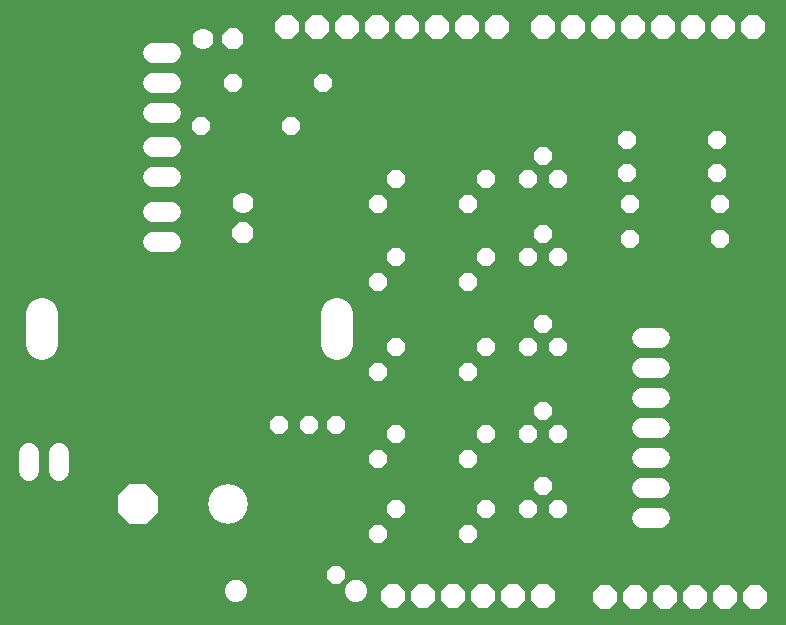
<source format=gbr>
G04 EAGLE Gerber RS-274X export*
G75*
%MOMM*%
%FSLAX34Y34*%
%LPD*%
%INSoldermask Bottom*%
%IPNEG*%
%AMOC8*
5,1,8,0,0,1.08239X$1,22.5*%
G01*
%ADD10P,2.144431X8X112.500000*%
%ADD11P,2.144431X8X292.500000*%
%ADD12P,1.649562X8X202.500000*%
%ADD13P,1.649562X8X22.500000*%
%ADD14P,3.629037X8X202.500000*%
%ADD15C,3.352800*%
%ADD16C,2.743200*%
%ADD17P,1.924489X8X22.500000*%
%ADD18C,1.778000*%
%ADD19P,1.924489X8X292.500000*%
%ADD20C,1.879600*%
%ADD21P,1.649562X8X292.500000*%
%ADD22C,1.727200*%


D10*
X243840Y508000D03*
X269240Y508000D03*
X294640Y508000D03*
X320040Y508000D03*
X345440Y508000D03*
X370840Y508000D03*
X396240Y508000D03*
X421640Y508000D03*
D11*
X638810Y508000D03*
X613410Y508000D03*
X588010Y508000D03*
X562610Y508000D03*
X537210Y508000D03*
X511810Y508000D03*
X486410Y508000D03*
X461010Y508000D03*
X461010Y26670D03*
X435610Y26670D03*
X410210Y26670D03*
X384810Y26670D03*
X359410Y26670D03*
X334010Y26670D03*
D10*
X513080Y25400D03*
X538480Y25400D03*
X563880Y25400D03*
X589280Y25400D03*
X614680Y25400D03*
X640080Y25400D03*
D12*
X608330Y384810D03*
X532130Y384810D03*
D13*
X532130Y412750D03*
X608330Y412750D03*
X534670Y358140D03*
X610870Y358140D03*
D12*
X610870Y328930D03*
X534670Y328930D03*
D13*
X473710Y313690D03*
X461010Y332740D03*
X448310Y313690D03*
D12*
X412750Y313690D03*
X336550Y313690D03*
X397510Y292100D03*
X321310Y292100D03*
D13*
X473710Y237490D03*
X461010Y256540D03*
X448310Y237490D03*
D12*
X412750Y237490D03*
X336550Y237490D03*
X397510Y215900D03*
X321310Y215900D03*
D13*
X473710Y379730D03*
X461010Y398780D03*
X448310Y379730D03*
D12*
X412750Y379730D03*
X336550Y379730D03*
X397510Y358140D03*
X321310Y358140D03*
D13*
X473710Y163830D03*
X461010Y182880D03*
X448310Y163830D03*
D12*
X412750Y163830D03*
X336550Y163830D03*
X397510Y142240D03*
X321310Y142240D03*
D13*
X473710Y100330D03*
X461010Y119380D03*
X448310Y100330D03*
D12*
X412750Y100330D03*
X336550Y100330D03*
X397510Y78740D03*
X321310Y78740D03*
D14*
X117475Y104140D03*
D15*
X193675Y104140D03*
D16*
X36068Y240030D02*
X36068Y265430D01*
X286512Y265430D02*
X286512Y240030D01*
D17*
X198120Y497840D03*
D18*
X172720Y497840D03*
D13*
X170815Y424180D03*
X247015Y424180D03*
D19*
X207010Y334010D03*
D18*
X207010Y359410D03*
D13*
X237490Y171450D03*
X262890Y171450D03*
D20*
X200660Y30480D03*
X302260Y30480D03*
D21*
X285750Y171450D03*
X285750Y44450D03*
D13*
X198120Y461010D03*
X274320Y461010D03*
D22*
X544830Y245110D02*
X560070Y245110D01*
X560070Y219710D02*
X544830Y219710D01*
X544830Y194310D02*
X560070Y194310D01*
X560070Y143510D02*
X544830Y143510D01*
X544830Y118110D02*
X560070Y118110D01*
X560070Y92710D02*
X544830Y92710D01*
X544830Y168910D02*
X560070Y168910D01*
X146050Y435610D02*
X130810Y435610D01*
X130810Y461010D02*
X146050Y461010D01*
X146050Y486410D02*
X130810Y486410D01*
X130810Y381000D02*
X146050Y381000D01*
X146050Y406400D02*
X130810Y406400D01*
X130810Y326390D02*
X146050Y326390D01*
X146050Y351790D02*
X130810Y351790D01*
X50800Y147320D02*
X50800Y132080D01*
X25400Y132080D02*
X25400Y147320D01*
M02*

</source>
